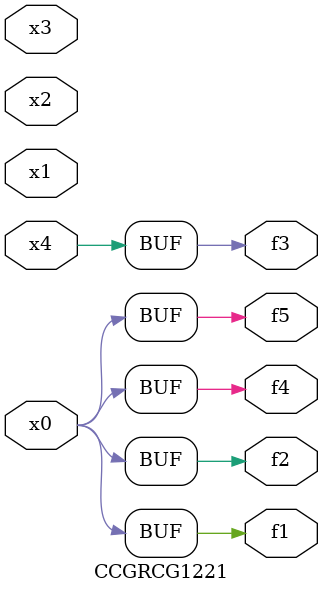
<source format=v>
module CCGRCG1221(
	input x0, x1, x2, x3, x4,
	output f1, f2, f3, f4, f5
);
	assign f1 = x0;
	assign f2 = x0;
	assign f3 = x4;
	assign f4 = x0;
	assign f5 = x0;
endmodule

</source>
